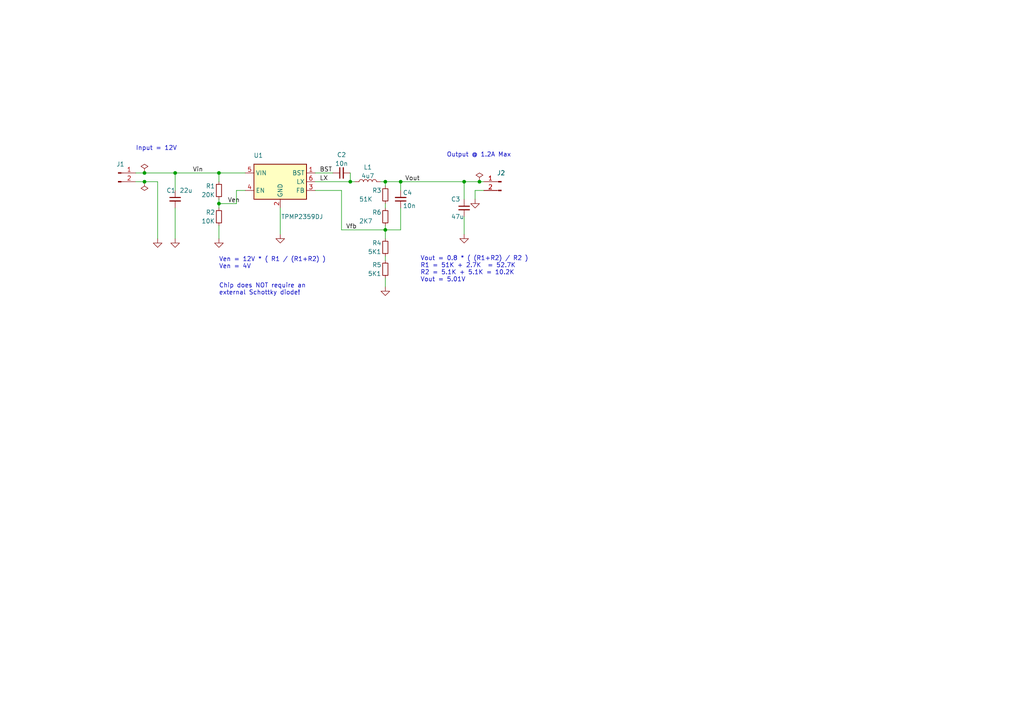
<source format=kicad_sch>
(kicad_sch (version 20211123) (generator eeschema)
  (paper "A4")
  (lib_symbols
    (symbol "Connector:Conn_01x02_Male" (pin_names (offset 1.016) hide)
      (property "Reference" "J" (at 0 2.54 0))
      (property "Value" "Conn_01x02_Male" (at 0 -5.08 0))
      (symbol "Conn_01x02_Male_1_1"
        (polyline (pts (xy 1.27 -2.54) (xy 0.8636 -2.54)) (stroke (width 0.1524)))
        (polyline (pts (xy 1.27 0) (xy 0.8636 0)) (stroke (width 0.1524)))
        (rectangle (start 0.8636 -2.413) (end 0 -2.667) (stroke (width 0.1524)) (fill (type outline)))
        (rectangle (start 0.8636 0.127) (end 0 -0.127) (stroke (width 0.1524)) (fill (type outline)))
        (pin passive line (at 5.08 0 180) (length 3.81) (name "Pin_1") (number "1"))
        (pin passive line (at 5.08 -2.54 180) (length 3.81) (name "Pin_2") (number "2"))
      )
    )
    (symbol "Device:C_Small" (pin_numbers hide) (pin_names (offset 0.254) hide)
      (property "Reference" "C" (at 0.254 1.778 0))
      (property "Value" "C_Small" (at 0.254 -2.032 0))
      (symbol "C_Small_0_1"
        (polyline (pts (xy -1.524 -0.508) (xy 1.524 -0.508)) (stroke (width 0.3302)))
        (polyline (pts (xy -1.524 0.508) (xy 1.524 0.508)) (stroke (width 0.3048)))
      )
      (symbol "C_Small_1_1"
        (pin passive line (at 0 2.54 270) (length 2.032) (name "~") (number "1"))
        (pin passive line (at 0 -2.54 90) (length 2.032) (name "~") (number "2"))
      )
    )
    (symbol "Device:L" (pin_numbers hide) (pin_names (offset 1.016) hide)
      (property "Reference" "L" (at -1.27 0 90))
      (property "Value" "L" (at 1.905 0 90))
      (symbol "L_0_1"
        (arc (start 0 -2.54) (mid 0.635 -1.905) (end 0 -1.27))
        (arc (start 0 -1.27) (mid 0.635 -0.635) (end 0 0))
        (arc (start 0 0) (mid 0.635 0.635) (end 0 1.27))
        (arc (start 0 1.27) (mid 0.635 1.905) (end 0 2.54))
      )
      (symbol "L_1_1"
        (pin passive line (at 0 3.81 270) (length 1.27) (name "1") (number "1"))
        (pin passive line (at 0 -3.81 90) (length 1.27) (name "2") (number "2"))
      )
    )
    (symbol "Device:R_Small" (pin_numbers hide) (pin_names (offset 0.254) hide)
      (property "Reference" "R" (at 0.762 0.508 0))
      (property "Value" "R_Small" (at 0.762 -1.016 0))
      (symbol "R_Small_0_1"
        (rectangle (start -0.762 1.778) (end 0.762 -1.778) (stroke (width 0.2032)))
      )
      (symbol "R_Small_1_1"
        (pin passive line (at 0 2.54 270) (length 0.762) (name "~") (number "1"))
        (pin passive line (at 0 -2.54 90) (length 0.762) (name "~") (number "2"))
      )
    )
    (symbol "Regulator_Switching:AOZ1280CI"
      (property "Reference" "U" (at -6.35 -6.35 0))
      (property "Value" "AOZ1280CI" (at -2.54 6.35 0))
      (symbol "AOZ1280CI_0_1"
        (rectangle (start -7.62 5.08) (end 7.62 -5.08) (stroke (width 0.254)) (fill (type background)))
      )
      (symbol "AOZ1280CI_1_1"
        (pin input line (at 10.16 2.54 180) (length 2.54) (name "BST") (number "1"))
        (pin power_in line (at 0 -7.62 90) (length 2.54) (name "GND") (number "2"))
        (pin input line (at 10.16 -2.54 180) (length 2.54) (name "FB") (number "3"))
        (pin input line (at -10.16 -2.54 0) (length 2.54) (name "EN") (number "4"))
        (pin power_in line (at -10.16 2.54 0) (length 2.54) (name "VIN") (number "5"))
        (pin power_out line (at 10.16 0 180) (length 2.54) (name "LX") (number "6"))
      )
    )
    (symbol "power:GND" (power) (pin_names (offset 0))
      (property "Value" "GND" (at 0 -3.81 0))
      (symbol "GND_0_1"
        (polyline (pts (xy 0 0) (xy 0 -1.27) (xy 1.27 -1.27) (xy 0 -2.54) (xy -1.27 -1.27) (xy 0 -1.27)))
      )
      (symbol "GND_1_1"
        (pin power_in line (at 0 0 270) (length 0) hide (name "GND") (number "1"))
      )
    )
    (symbol "power:PWR_FLAG" (power) (pin_numbers hide) (pin_names (offset 0) hide)
      (property "Value" "PWR_FLAG" (at 0 3.81 0))
      (symbol "PWR_FLAG_0_0"
        (pin power_out line (at 0 0 90) (length 0) (name "pwr") (number "1"))
      )
      (symbol "PWR_FLAG_0_1"
        (polyline (pts (xy 0 0) (xy 0 1.27) (xy -1.016 1.905) (xy 0 2.54) (xy 1.016 1.905) (xy 0 1.27)))
      )
    )
  )
  (junction (at 134.62 52.705))
  (junction (at 63.5 59.055))
  (junction (at 111.76 52.705))
  (junction (at 41.91 52.705))
  (junction (at 111.76 66.675))
  (junction (at 139.065 52.705))
  (junction (at 101.6 52.705))
  (junction (at 50.8 50.165))
  (junction (at 41.91 50.165))
  (junction (at 116.205 52.705))
  (junction (at 63.5 50.165))
  (wire (pts (xy 134.62 52.705) (xy 134.62 57.785)))
  (wire (pts (xy 68.58 59.055) (xy 63.5 59.055)))
  (wire (pts (xy 50.8 55.245) (xy 50.8 50.165)))
  (wire (pts (xy 111.76 80.645) (xy 111.76 83.185)))
  (wire (pts (xy 99.06 66.675) (xy 111.76 66.675)))
  (wire (pts (xy 41.91 52.705) (xy 45.72 52.705)))
  (wire (pts (xy 116.205 66.675) (xy 111.76 66.675)))
  (wire (pts (xy 116.205 52.705) (xy 116.205 55.245)))
  (wire (pts (xy 91.44 50.165) (xy 96.52 50.165)))
  (wire (pts (xy 63.5 59.055) (xy 63.5 60.325)))
  (wire (pts (xy 39.37 50.165) (xy 41.91 50.165)))
  (wire (pts (xy 71.12 55.245) (xy 68.58 55.245)))
  (wire (pts (xy 63.5 65.405) (xy 63.5 69.215)))
  (wire (pts (xy 111.76 52.705) (xy 110.49 52.705)))
  (wire (pts (xy 99.06 55.245) (xy 99.06 66.675)))
  (wire (pts (xy 111.76 74.295) (xy 111.76 75.565)))
  (wire (pts (xy 134.62 62.865) (xy 134.62 67.945)))
  (wire (pts (xy 81.28 60.325) (xy 81.28 67.945)))
  (wire (pts (xy 140.335 55.245) (xy 137.795 55.245)))
  (wire (pts (xy 63.5 50.165) (xy 71.12 50.165)))
  (wire (pts (xy 137.795 55.245) (xy 137.795 57.785)))
  (wire (pts (xy 91.44 55.245) (xy 99.06 55.245)))
  (wire (pts (xy 63.5 57.785) (xy 63.5 59.055)))
  (wire (pts (xy 39.37 52.705) (xy 41.91 52.705)))
  (wire (pts (xy 101.6 52.705) (xy 102.87 52.705)))
  (wire (pts (xy 101.6 50.165) (xy 101.6 52.705)))
  (wire (pts (xy 63.5 50.165) (xy 63.5 52.705)))
  (wire (pts (xy 91.44 52.705) (xy 101.6 52.705)))
  (wire (pts (xy 111.76 66.675) (xy 111.76 69.215)))
  (wire (pts (xy 41.91 50.165) (xy 50.8 50.165)))
  (wire (pts (xy 68.58 55.245) (xy 68.58 59.055)))
  (wire (pts (xy 116.205 60.325) (xy 116.205 66.675)))
  (wire (pts (xy 50.8 60.325) (xy 50.8 69.215)))
  (wire (pts (xy 45.72 52.705) (xy 45.72 69.215)))
  (wire (pts (xy 111.76 52.705) (xy 111.76 53.975)))
  (wire (pts (xy 111.76 59.055) (xy 111.76 60.325)))
  (wire (pts (xy 116.205 52.705) (xy 111.76 52.705)))
  (wire (pts (xy 50.8 50.165) (xy 63.5 50.165)))
  (wire (pts (xy 111.76 65.405) (xy 111.76 66.675)))
  (wire (pts (xy 134.62 52.705) (xy 116.205 52.705)))
  (wire (pts (xy 134.62 52.705) (xy 139.065 52.705)))
  (wire (pts (xy 139.065 52.705) (xy 140.335 52.705)))
  (text "Vout = 0.8 * ( (R1+R2) / R2 )\nR1 = 51K + 2.7K  = 52.7K\nR2 = 5.1K + 5.1K = 10.2K\nVout = 5.01V" (at 121.92 81.915 0) (effects (font (size 1.27 1.27)) (justify left bottom)))
  (text "Ven = 12V * ( R1 / (R1+R2) )\nVen = 4V" (at 63.5 78.105 0) (effects (font (size 1.27 1.27)) (justify left bottom)))
  (text "Chip does NOT require an\nexternal Schottky diode!" (at 63.5 85.725 0) (effects (font (size 1.27 1.27)) (justify left bottom)))
  (text "Output @ 1.2A Max" (at 129.54 45.72 0) (effects (font (size 1.27 1.27)) (justify left bottom)))
  (text "Input = 12V" (at 39.37 43.815 0) (effects (font (size 1.27 1.27)) (justify left bottom)))
  (label "LX" (at 92.71 52.705 0))
  (label "Vout" (at 117.475 52.705 0))
  (label "BST" (at 92.71 50.165 0))
  (label "Vfb" (at 100.33 66.675 0))
  (label "Ven" (at 66.04 59.055 0))
  (label "Vin" (at 55.88 50.165 0))
  (symbol (lib_id "power:PWR_FLAG") (at 41.91 50.165 0) (unit 1)
    (property "Reference" "#FLG01" (effects hide))
    (property "Value" "PWR_FLAG" (effects hide))
  )
  (symbol (lib_id "Connector:Conn_01x02_Male") (at 145.415 52.705 0) (mirror y) (unit 1)
    (property "Reference" "J2" (at 144.145 50.165 0) (effects (justify right)))
    (property "Value" "Conn_01x02_Male" (effects hide))
    (property "Footprint" "Connector_PinSocket_2.54mm:PinSocket_1x02_P2.54mm_Vertical" (effects hide))
  )
  (symbol (lib_id "Device:C_Small") (at 116.205 57.785 180) (unit 1)
    (property "Reference" "C4" (at 116.84 55.88 0) (effects (justify right)))
    (property "Value" "10n" (at 116.84 59.69 0) (effects (justify right)))
    (property "Footprint" "Capacitor_SMD:C_0402_1005Metric" (effects hide))
    (property "JLCPCB Part #" "C15195" (effects hide))
    (property "LCSC Part #" "C15195" (effects hide))
  )
  (symbol (lib_id "Device:R_Small") (at 63.5 62.865 0) (unit 1)
    (property "Reference" "R2" (at 59.69 61.595 0) (effects (justify left)))
    (property "Value" "10K" (at 58.42 64.135 0) (effects (justify left)))
    (property "Footprint" "Resistor_SMD:R_0402_1005Metric" (effects hide))
    (property "JLCPCB Part #" "C11616" (effects hide))
    (property "LCSC Part #" "C11616" (effects hide))
  )
  (symbol (lib_id "Device:L") (at 106.68 52.705 90) (unit 1)
    (property "Reference" "L1" (at 106.68 48.4972 90))
    (property "Value" "4u7" (at 106.68 51.0341 90))
    (property "Footprint" "Inductor_SMD:L_0805_2012Metric_Pad1.15x1.40mm_HandSolder" (effects hide))
    (property "JLCPCB Part #" "C383376" (effects hide))
    (property "LCSC Part #" "C383376" (effects hide))
  )
  (symbol (lib_id "Device:C_Small") (at 134.62 60.325 0) (unit 1)
    (property "Reference" "C3" (at 130.81 57.785 0) (effects (justify left)))
    (property "Value" "47u" (at 130.81 62.865 0) (effects (justify left)))
    (property "Footprint" "Capacitor_SMD:C_1206_3216Metric" (effects hide))
    (property "JLCPCB Part #" "C96123" (effects hide))
    (property "LCSC Part #" "C96123" (effects hide))
  )
  (symbol (lib_id "Device:R_Small") (at 111.76 71.755 0) (unit 1)
    (property "Reference" "R4" (at 107.95 70.485 0) (effects (justify left)))
    (property "Value" "5K1" (at 106.68 73.025 0) (effects (justify left)))
    (property "Footprint" "Resistor_SMD:R_0402_1005Metric" (effects hide))
    (property "JLCPCB Part #" "C25905" (effects hide))
    (property "LCSC Part #" "C25905" (effects hide))
  )
  (symbol (lib_id "Device:C_Small") (at 99.06 50.165 90) (unit 1)
    (property "Reference" "C2" (at 99.0663 44.9031 90))
    (property "Value" "10n" (at 99.0663 47.44 90))
    (property "Footprint" "Capacitor_SMD:C_0402_1005Metric" (effects hide))
    (property "JLCPCB Part #" "C15195" (effects hide))
    (property "LCSC Part #" "C15195" (effects hide))
  )
  (symbol (lib_id "Connector:Conn_01x02_Male") (at 34.29 50.165 0) (unit 1)
    (property "Reference" "J1" (at 34.925 47.625 0))
    (property "Value" "Conn_01x02_Male" (effects hide))
    (property "Footprint" "Connector_PinSocket_2.54mm:PinSocket_1x02_P2.54mm_Vertical" (effects hide))
  )
  (symbol (lib_id "power:PWR_FLAG") (at 41.91 52.705 180) (unit 1)
    (property "Reference" "#FLG02" (effects hide))
    (property "Value" "PWR_FLAG" (effects hide))
  )
  (symbol (lib_id "power:GND") (at 45.72 69.215 0) (unit 1)
    (property "Reference" "#PWR02" (effects hide))
    (property "Value" "GND" (effects hide))
  )
  (symbol (lib_id "power:GND") (at 134.62 67.945 0) (unit 1)
    (property "Reference" "#PWR07" (effects hide))
    (property "Value" "GND" (effects hide))
  )
  (symbol (lib_id "Regulator_Switching:AOZ1280CI") (at 81.28 52.705 0) (unit 1)
    (property "Reference" "U1" (at 74.93 45.085 0))
    (property "Value" "TPMP2359DJ" (at 87.63 62.865 0))
    (property "Footprint" "Package_TO_SOT_SMD:SOT-23-6" (effects hide))
    (property "JLCPCB Part #" "C2959845" (effects hide))
    (property "LCSC Part #" "C2959845" (effects hide))
  )
  (symbol (lib_id "power:PWR_FLAG") (at 139.065 52.705 0) (unit 1)
    (property "Reference" "#FLG0101" (effects hide))
    (property "Value" "PWR_FLAG" (effects hide))
  )
  (symbol (lib_id "Device:R_Small") (at 63.5 55.245 0) (unit 1)
    (property "Reference" "R1" (at 59.69 53.975 0) (effects (justify left)))
    (property "Value" "20K" (at 58.42 56.515 0) (effects (justify left)))
    (property "Footprint" "Resistor_SMD:R_0402_1005Metric" (effects hide))
    (property "JLCPCB Part #" "C25750" (effects hide))
    (property "LCSC Part #" "C25750" (effects hide))
  )
  (symbol (lib_id "Device:R_Small") (at 111.76 78.105 0) (unit 1)
    (property "Reference" "R5" (at 107.95 76.835 0) (effects (justify left)))
    (property "Value" "5K1" (at 106.68 79.375 0) (effects (justify left)))
    (property "Footprint" "Resistor_SMD:R_0402_1005Metric" (effects hide))
    (property "JLCPCB Part #" "C25905" (effects hide))
    (property "LCSC Part #" "C25905" (effects hide))
  )
  (symbol (lib_id "power:GND") (at 50.8 69.215 0) (unit 1)
    (property "Reference" "#PWR03" (effects hide))
    (property "Value" "GND" (effects hide))
  )
  (symbol (lib_id "power:GND") (at 137.795 57.785 0) (unit 1)
    (property "Reference" "#PWR09" (effects hide))
    (property "Value" "GND" (effects hide))
  )
  (symbol (lib_id "power:GND") (at 63.5 69.215 0) (unit 1)
    (property "Reference" "#PWR04" (effects hide))
    (property "Value" "GND" (effects hide))
  )
  (symbol (lib_id "Device:R_Small") (at 111.76 62.865 0) (unit 1)
    (property "Reference" "R6" (at 107.95 61.595 0) (effects (justify left)))
    (property "Value" "2K7" (at 104.14 64.135 0) (effects (justify left)))
    (property "Footprint" "Resistor_SMD:R_0402_1005Metric" (effects hide))
    (property "JLCPCB Part #" "C140189" (effects hide))
    (property "LCSC Part #" "C140189" (effects hide))
  )
  (symbol (lib_id "power:GND") (at 111.76 83.185 0) (unit 1)
    (property "Reference" "#PWR06" (effects hide))
    (property "Value" "GND" (effects hide))
  )
  (symbol (lib_id "Device:R_Small") (at 111.76 56.515 0) (unit 1)
    (property "Reference" "R3" (at 107.95 55.245 0) (effects (justify left)))
    (property "Value" "51K" (at 104.14 57.785 0) (effects (justify left)))
    (property "Footprint" "Resistor_SMD:R_0402_1005Metric" (effects hide))
    (property "JLCPCB Part #" "C25794" (effects hide))
    (property "LCSC Part #" "C25794" (effects hide))
  )
  (symbol (lib_id "power:GND") (at 81.28 67.945 0) (unit 1)
    (property "Reference" "#PWR05" (effects hide))
    (property "Value" "GND" (effects hide))
  )
  (symbol (lib_id "Device:C_Small") (at 50.8 57.785 0) (unit 1)
    (property "Reference" "C1" (at 48.26 55.245 0) (effects (justify left)))
    (property "Value" "22u" (at 52.07 55.245 0) (effects (justify left)))
    (property "Footprint" "Capacitor_SMD:C_0805_2012Metric" (effects hide))
    (property "JLCPCB Part #" "C32375" (effects hide))
    (property "LCSC Part #" "C32375" (effects hide))
  )
)
</source>
